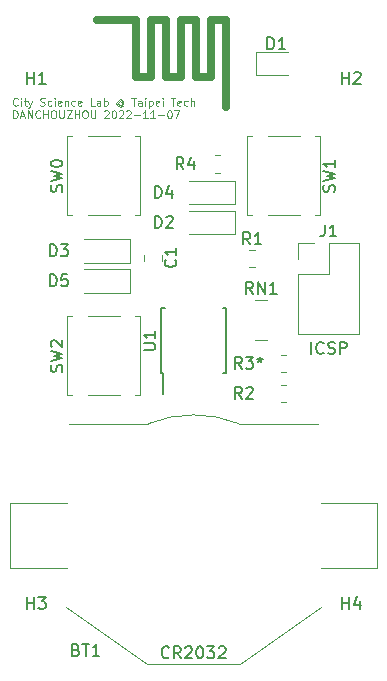
<source format=gto>
%TF.GenerationSoftware,KiCad,Pcbnew,(6.0.8)*%
%TF.CreationDate,2022-11-07T13:32:54+08:00*%
%TF.ProjectId,remote,72656d6f-7465-42e6-9b69-6361645f7063,rev?*%
%TF.SameCoordinates,Original*%
%TF.FileFunction,Legend,Top*%
%TF.FilePolarity,Positive*%
%FSLAX46Y46*%
G04 Gerber Fmt 4.6, Leading zero omitted, Abs format (unit mm)*
G04 Created by KiCad (PCBNEW (6.0.8)) date 2022-11-07 13:32:54*
%MOMM*%
%LPD*%
G01*
G04 APERTURE LIST*
%ADD10C,0.150000*%
%ADD11C,0.120000*%
%ADD12C,0.700000*%
G04 APERTURE END LIST*
D10*
X25828809Y-29027380D02*
X25828809Y-28027380D01*
X26876428Y-28932142D02*
X26828809Y-28979761D01*
X26685952Y-29027380D01*
X26590714Y-29027380D01*
X26447857Y-28979761D01*
X26352619Y-28884523D01*
X26305000Y-28789285D01*
X26257380Y-28598809D01*
X26257380Y-28455952D01*
X26305000Y-28265476D01*
X26352619Y-28170238D01*
X26447857Y-28075000D01*
X26590714Y-28027380D01*
X26685952Y-28027380D01*
X26828809Y-28075000D01*
X26876428Y-28122619D01*
X27257380Y-28979761D02*
X27400238Y-29027380D01*
X27638333Y-29027380D01*
X27733571Y-28979761D01*
X27781190Y-28932142D01*
X27828809Y-28836904D01*
X27828809Y-28741666D01*
X27781190Y-28646428D01*
X27733571Y-28598809D01*
X27638333Y-28551190D01*
X27447857Y-28503571D01*
X27352619Y-28455952D01*
X27305000Y-28408333D01*
X27257380Y-28313095D01*
X27257380Y-28217857D01*
X27305000Y-28122619D01*
X27352619Y-28075000D01*
X27447857Y-28027380D01*
X27685952Y-28027380D01*
X27828809Y-28075000D01*
X28257380Y-29027380D02*
X28257380Y-28027380D01*
X28638333Y-28027380D01*
X28733571Y-28075000D01*
X28781190Y-28122619D01*
X28828809Y-28217857D01*
X28828809Y-28360714D01*
X28781190Y-28455952D01*
X28733571Y-28503571D01*
X28638333Y-28551190D01*
X28257380Y-28551190D01*
X13779761Y-54713142D02*
X13732142Y-54760761D01*
X13589285Y-54808380D01*
X13494047Y-54808380D01*
X13351190Y-54760761D01*
X13255952Y-54665523D01*
X13208333Y-54570285D01*
X13160714Y-54379809D01*
X13160714Y-54236952D01*
X13208333Y-54046476D01*
X13255952Y-53951238D01*
X13351190Y-53856000D01*
X13494047Y-53808380D01*
X13589285Y-53808380D01*
X13732142Y-53856000D01*
X13779761Y-53903619D01*
X14779761Y-54808380D02*
X14446428Y-54332190D01*
X14208333Y-54808380D02*
X14208333Y-53808380D01*
X14589285Y-53808380D01*
X14684523Y-53856000D01*
X14732142Y-53903619D01*
X14779761Y-53998857D01*
X14779761Y-54141714D01*
X14732142Y-54236952D01*
X14684523Y-54284571D01*
X14589285Y-54332190D01*
X14208333Y-54332190D01*
X15160714Y-53903619D02*
X15208333Y-53856000D01*
X15303571Y-53808380D01*
X15541666Y-53808380D01*
X15636904Y-53856000D01*
X15684523Y-53903619D01*
X15732142Y-53998857D01*
X15732142Y-54094095D01*
X15684523Y-54236952D01*
X15113095Y-54808380D01*
X15732142Y-54808380D01*
X16351190Y-53808380D02*
X16446428Y-53808380D01*
X16541666Y-53856000D01*
X16589285Y-53903619D01*
X16636904Y-53998857D01*
X16684523Y-54189333D01*
X16684523Y-54427428D01*
X16636904Y-54617904D01*
X16589285Y-54713142D01*
X16541666Y-54760761D01*
X16446428Y-54808380D01*
X16351190Y-54808380D01*
X16255952Y-54760761D01*
X16208333Y-54713142D01*
X16160714Y-54617904D01*
X16113095Y-54427428D01*
X16113095Y-54189333D01*
X16160714Y-53998857D01*
X16208333Y-53903619D01*
X16255952Y-53856000D01*
X16351190Y-53808380D01*
X17017857Y-53808380D02*
X17636904Y-53808380D01*
X17303571Y-54189333D01*
X17446428Y-54189333D01*
X17541666Y-54236952D01*
X17589285Y-54284571D01*
X17636904Y-54379809D01*
X17636904Y-54617904D01*
X17589285Y-54713142D01*
X17541666Y-54760761D01*
X17446428Y-54808380D01*
X17160714Y-54808380D01*
X17065476Y-54760761D01*
X17017857Y-54713142D01*
X18017857Y-53903619D02*
X18065476Y-53856000D01*
X18160714Y-53808380D01*
X18398809Y-53808380D01*
X18494047Y-53856000D01*
X18541666Y-53903619D01*
X18589285Y-53998857D01*
X18589285Y-54094095D01*
X18541666Y-54236952D01*
X17970238Y-54808380D01*
X18589285Y-54808380D01*
D11*
X985190Y-7963892D02*
X954238Y-7994845D01*
X861380Y-8025797D01*
X799476Y-8025797D01*
X706619Y-7994845D01*
X644714Y-7932940D01*
X613761Y-7871035D01*
X582809Y-7747226D01*
X582809Y-7654369D01*
X613761Y-7530559D01*
X644714Y-7468654D01*
X706619Y-7406750D01*
X799476Y-7375797D01*
X861380Y-7375797D01*
X954238Y-7406750D01*
X985190Y-7437702D01*
X1263761Y-8025797D02*
X1263761Y-7592464D01*
X1263761Y-7375797D02*
X1232809Y-7406750D01*
X1263761Y-7437702D01*
X1294714Y-7406750D01*
X1263761Y-7375797D01*
X1263761Y-7437702D01*
X1480428Y-7592464D02*
X1728047Y-7592464D01*
X1573285Y-7375797D02*
X1573285Y-7932940D01*
X1604238Y-7994845D01*
X1666142Y-8025797D01*
X1728047Y-8025797D01*
X1882809Y-7592464D02*
X2037571Y-8025797D01*
X2192333Y-7592464D02*
X2037571Y-8025797D01*
X1975666Y-8180559D01*
X1944714Y-8211511D01*
X1882809Y-8242464D01*
X2904238Y-7994845D02*
X2997095Y-8025797D01*
X3151857Y-8025797D01*
X3213761Y-7994845D01*
X3244714Y-7963892D01*
X3275666Y-7901988D01*
X3275666Y-7840083D01*
X3244714Y-7778178D01*
X3213761Y-7747226D01*
X3151857Y-7716273D01*
X3028047Y-7685321D01*
X2966142Y-7654369D01*
X2935190Y-7623416D01*
X2904238Y-7561511D01*
X2904238Y-7499607D01*
X2935190Y-7437702D01*
X2966142Y-7406750D01*
X3028047Y-7375797D01*
X3182809Y-7375797D01*
X3275666Y-7406750D01*
X3832809Y-7994845D02*
X3770904Y-8025797D01*
X3647095Y-8025797D01*
X3585190Y-7994845D01*
X3554238Y-7963892D01*
X3523285Y-7901988D01*
X3523285Y-7716273D01*
X3554238Y-7654369D01*
X3585190Y-7623416D01*
X3647095Y-7592464D01*
X3770904Y-7592464D01*
X3832809Y-7623416D01*
X4111380Y-8025797D02*
X4111380Y-7592464D01*
X4111380Y-7375797D02*
X4080428Y-7406750D01*
X4111380Y-7437702D01*
X4142333Y-7406750D01*
X4111380Y-7375797D01*
X4111380Y-7437702D01*
X4668523Y-7994845D02*
X4606619Y-8025797D01*
X4482809Y-8025797D01*
X4420904Y-7994845D01*
X4389952Y-7932940D01*
X4389952Y-7685321D01*
X4420904Y-7623416D01*
X4482809Y-7592464D01*
X4606619Y-7592464D01*
X4668523Y-7623416D01*
X4699476Y-7685321D01*
X4699476Y-7747226D01*
X4389952Y-7809130D01*
X4978047Y-7592464D02*
X4978047Y-8025797D01*
X4978047Y-7654369D02*
X5009000Y-7623416D01*
X5070904Y-7592464D01*
X5163761Y-7592464D01*
X5225666Y-7623416D01*
X5256619Y-7685321D01*
X5256619Y-8025797D01*
X5844714Y-7994845D02*
X5782809Y-8025797D01*
X5659000Y-8025797D01*
X5597095Y-7994845D01*
X5566142Y-7963892D01*
X5535190Y-7901988D01*
X5535190Y-7716273D01*
X5566142Y-7654369D01*
X5597095Y-7623416D01*
X5659000Y-7592464D01*
X5782809Y-7592464D01*
X5844714Y-7623416D01*
X6370904Y-7994845D02*
X6309000Y-8025797D01*
X6185190Y-8025797D01*
X6123285Y-7994845D01*
X6092333Y-7932940D01*
X6092333Y-7685321D01*
X6123285Y-7623416D01*
X6185190Y-7592464D01*
X6309000Y-7592464D01*
X6370904Y-7623416D01*
X6401857Y-7685321D01*
X6401857Y-7747226D01*
X6092333Y-7809130D01*
X7485190Y-8025797D02*
X7175666Y-8025797D01*
X7175666Y-7375797D01*
X7980428Y-8025797D02*
X7980428Y-7685321D01*
X7949476Y-7623416D01*
X7887571Y-7592464D01*
X7763761Y-7592464D01*
X7701857Y-7623416D01*
X7980428Y-7994845D02*
X7918523Y-8025797D01*
X7763761Y-8025797D01*
X7701857Y-7994845D01*
X7670904Y-7932940D01*
X7670904Y-7871035D01*
X7701857Y-7809130D01*
X7763761Y-7778178D01*
X7918523Y-7778178D01*
X7980428Y-7747226D01*
X8289952Y-8025797D02*
X8289952Y-7375797D01*
X8289952Y-7623416D02*
X8351857Y-7592464D01*
X8475666Y-7592464D01*
X8537571Y-7623416D01*
X8568523Y-7654369D01*
X8599476Y-7716273D01*
X8599476Y-7901988D01*
X8568523Y-7963892D01*
X8537571Y-7994845D01*
X8475666Y-8025797D01*
X8351857Y-8025797D01*
X8289952Y-7994845D01*
X9775666Y-7716273D02*
X9744714Y-7685321D01*
X9682809Y-7654369D01*
X9620904Y-7654369D01*
X9559000Y-7685321D01*
X9528047Y-7716273D01*
X9497095Y-7778178D01*
X9497095Y-7840083D01*
X9528047Y-7901988D01*
X9559000Y-7932940D01*
X9620904Y-7963892D01*
X9682809Y-7963892D01*
X9744714Y-7932940D01*
X9775666Y-7901988D01*
X9775666Y-7654369D02*
X9775666Y-7901988D01*
X9806619Y-7932940D01*
X9837571Y-7932940D01*
X9899476Y-7901988D01*
X9930428Y-7840083D01*
X9930428Y-7685321D01*
X9868523Y-7592464D01*
X9775666Y-7530559D01*
X9651857Y-7499607D01*
X9528047Y-7530559D01*
X9435190Y-7592464D01*
X9373285Y-7685321D01*
X9342333Y-7809130D01*
X9373285Y-7932940D01*
X9435190Y-8025797D01*
X9528047Y-8087702D01*
X9651857Y-8118654D01*
X9775666Y-8087702D01*
X9868523Y-8025797D01*
X10611380Y-7375797D02*
X10982809Y-7375797D01*
X10797095Y-8025797D02*
X10797095Y-7375797D01*
X11478047Y-8025797D02*
X11478047Y-7685321D01*
X11447095Y-7623416D01*
X11385190Y-7592464D01*
X11261380Y-7592464D01*
X11199476Y-7623416D01*
X11478047Y-7994845D02*
X11416142Y-8025797D01*
X11261380Y-8025797D01*
X11199476Y-7994845D01*
X11168523Y-7932940D01*
X11168523Y-7871035D01*
X11199476Y-7809130D01*
X11261380Y-7778178D01*
X11416142Y-7778178D01*
X11478047Y-7747226D01*
X11787571Y-8025797D02*
X11787571Y-7592464D01*
X11787571Y-7375797D02*
X11756619Y-7406750D01*
X11787571Y-7437702D01*
X11818523Y-7406750D01*
X11787571Y-7375797D01*
X11787571Y-7437702D01*
X12097095Y-7592464D02*
X12097095Y-8242464D01*
X12097095Y-7623416D02*
X12159000Y-7592464D01*
X12282809Y-7592464D01*
X12344714Y-7623416D01*
X12375666Y-7654369D01*
X12406619Y-7716273D01*
X12406619Y-7901988D01*
X12375666Y-7963892D01*
X12344714Y-7994845D01*
X12282809Y-8025797D01*
X12159000Y-8025797D01*
X12097095Y-7994845D01*
X12932809Y-7994845D02*
X12870904Y-8025797D01*
X12747095Y-8025797D01*
X12685190Y-7994845D01*
X12654238Y-7932940D01*
X12654238Y-7685321D01*
X12685190Y-7623416D01*
X12747095Y-7592464D01*
X12870904Y-7592464D01*
X12932809Y-7623416D01*
X12963761Y-7685321D01*
X12963761Y-7747226D01*
X12654238Y-7809130D01*
X13242333Y-8025797D02*
X13242333Y-7592464D01*
X13242333Y-7375797D02*
X13211380Y-7406750D01*
X13242333Y-7437702D01*
X13273285Y-7406750D01*
X13242333Y-7375797D01*
X13242333Y-7437702D01*
X13954238Y-7375797D02*
X14325666Y-7375797D01*
X14139952Y-8025797D02*
X14139952Y-7375797D01*
X14789952Y-7994845D02*
X14728047Y-8025797D01*
X14604238Y-8025797D01*
X14542333Y-7994845D01*
X14511380Y-7932940D01*
X14511380Y-7685321D01*
X14542333Y-7623416D01*
X14604238Y-7592464D01*
X14728047Y-7592464D01*
X14789952Y-7623416D01*
X14820904Y-7685321D01*
X14820904Y-7747226D01*
X14511380Y-7809130D01*
X15378047Y-7994845D02*
X15316142Y-8025797D01*
X15192333Y-8025797D01*
X15130428Y-7994845D01*
X15099476Y-7963892D01*
X15068523Y-7901988D01*
X15068523Y-7716273D01*
X15099476Y-7654369D01*
X15130428Y-7623416D01*
X15192333Y-7592464D01*
X15316142Y-7592464D01*
X15378047Y-7623416D01*
X15656619Y-8025797D02*
X15656619Y-7375797D01*
X15935190Y-8025797D02*
X15935190Y-7685321D01*
X15904238Y-7623416D01*
X15842333Y-7592464D01*
X15749476Y-7592464D01*
X15687571Y-7623416D01*
X15656619Y-7654369D01*
X613761Y-9072297D02*
X613761Y-8422297D01*
X768523Y-8422297D01*
X861380Y-8453250D01*
X923285Y-8515154D01*
X954238Y-8577059D01*
X985190Y-8700869D01*
X985190Y-8793726D01*
X954238Y-8917535D01*
X923285Y-8979440D01*
X861380Y-9041345D01*
X768523Y-9072297D01*
X613761Y-9072297D01*
X1232809Y-8886583D02*
X1542333Y-8886583D01*
X1170904Y-9072297D02*
X1387571Y-8422297D01*
X1604238Y-9072297D01*
X1820904Y-9072297D02*
X1820904Y-8422297D01*
X2192333Y-9072297D01*
X2192333Y-8422297D01*
X2873285Y-9010392D02*
X2842333Y-9041345D01*
X2749476Y-9072297D01*
X2687571Y-9072297D01*
X2594714Y-9041345D01*
X2532809Y-8979440D01*
X2501857Y-8917535D01*
X2470904Y-8793726D01*
X2470904Y-8700869D01*
X2501857Y-8577059D01*
X2532809Y-8515154D01*
X2594714Y-8453250D01*
X2687571Y-8422297D01*
X2749476Y-8422297D01*
X2842333Y-8453250D01*
X2873285Y-8484202D01*
X3151857Y-9072297D02*
X3151857Y-8422297D01*
X3151857Y-8731821D02*
X3523285Y-8731821D01*
X3523285Y-9072297D02*
X3523285Y-8422297D01*
X3956619Y-8422297D02*
X4080428Y-8422297D01*
X4142333Y-8453250D01*
X4204238Y-8515154D01*
X4235190Y-8638964D01*
X4235190Y-8855630D01*
X4204238Y-8979440D01*
X4142333Y-9041345D01*
X4080428Y-9072297D01*
X3956619Y-9072297D01*
X3894714Y-9041345D01*
X3832809Y-8979440D01*
X3801857Y-8855630D01*
X3801857Y-8638964D01*
X3832809Y-8515154D01*
X3894714Y-8453250D01*
X3956619Y-8422297D01*
X4513761Y-8422297D02*
X4513761Y-8948488D01*
X4544714Y-9010392D01*
X4575666Y-9041345D01*
X4637571Y-9072297D01*
X4761380Y-9072297D01*
X4823285Y-9041345D01*
X4854238Y-9010392D01*
X4885190Y-8948488D01*
X4885190Y-8422297D01*
X5132809Y-8422297D02*
X5566142Y-8422297D01*
X5132809Y-9072297D01*
X5566142Y-9072297D01*
X5813761Y-9072297D02*
X5813761Y-8422297D01*
X5813761Y-8731821D02*
X6185190Y-8731821D01*
X6185190Y-9072297D02*
X6185190Y-8422297D01*
X6618523Y-8422297D02*
X6742333Y-8422297D01*
X6804238Y-8453250D01*
X6866142Y-8515154D01*
X6897095Y-8638964D01*
X6897095Y-8855630D01*
X6866142Y-8979440D01*
X6804238Y-9041345D01*
X6742333Y-9072297D01*
X6618523Y-9072297D01*
X6556619Y-9041345D01*
X6494714Y-8979440D01*
X6463761Y-8855630D01*
X6463761Y-8638964D01*
X6494714Y-8515154D01*
X6556619Y-8453250D01*
X6618523Y-8422297D01*
X7175666Y-8422297D02*
X7175666Y-8948488D01*
X7206619Y-9010392D01*
X7237571Y-9041345D01*
X7299476Y-9072297D01*
X7423285Y-9072297D01*
X7485190Y-9041345D01*
X7516142Y-9010392D01*
X7547095Y-8948488D01*
X7547095Y-8422297D01*
X8320904Y-8484202D02*
X8351857Y-8453250D01*
X8413761Y-8422297D01*
X8568523Y-8422297D01*
X8630428Y-8453250D01*
X8661380Y-8484202D01*
X8692333Y-8546107D01*
X8692333Y-8608011D01*
X8661380Y-8700869D01*
X8289952Y-9072297D01*
X8692333Y-9072297D01*
X9094714Y-8422297D02*
X9156619Y-8422297D01*
X9218523Y-8453250D01*
X9249476Y-8484202D01*
X9280428Y-8546107D01*
X9311380Y-8669916D01*
X9311380Y-8824678D01*
X9280428Y-8948488D01*
X9249476Y-9010392D01*
X9218523Y-9041345D01*
X9156619Y-9072297D01*
X9094714Y-9072297D01*
X9032809Y-9041345D01*
X9001857Y-9010392D01*
X8970904Y-8948488D01*
X8939952Y-8824678D01*
X8939952Y-8669916D01*
X8970904Y-8546107D01*
X9001857Y-8484202D01*
X9032809Y-8453250D01*
X9094714Y-8422297D01*
X9558999Y-8484202D02*
X9589952Y-8453250D01*
X9651857Y-8422297D01*
X9806619Y-8422297D01*
X9868523Y-8453250D01*
X9899476Y-8484202D01*
X9930428Y-8546107D01*
X9930428Y-8608011D01*
X9899476Y-8700869D01*
X9528047Y-9072297D01*
X9930428Y-9072297D01*
X10178047Y-8484202D02*
X10208999Y-8453250D01*
X10270904Y-8422297D01*
X10425666Y-8422297D01*
X10487571Y-8453250D01*
X10518523Y-8484202D01*
X10549476Y-8546107D01*
X10549476Y-8608011D01*
X10518523Y-8700869D01*
X10147095Y-9072297D01*
X10549476Y-9072297D01*
X10828047Y-8824678D02*
X11323285Y-8824678D01*
X11973285Y-9072297D02*
X11601857Y-9072297D01*
X11787571Y-9072297D02*
X11787571Y-8422297D01*
X11725666Y-8515154D01*
X11663761Y-8577059D01*
X11601857Y-8608011D01*
X12592333Y-9072297D02*
X12220904Y-9072297D01*
X12406619Y-9072297D02*
X12406619Y-8422297D01*
X12344714Y-8515154D01*
X12282809Y-8577059D01*
X12220904Y-8608011D01*
X12870904Y-8824678D02*
X13366142Y-8824678D01*
X13799476Y-8422297D02*
X13861380Y-8422297D01*
X13923285Y-8453250D01*
X13954238Y-8484202D01*
X13985190Y-8546107D01*
X14016142Y-8669916D01*
X14016142Y-8824678D01*
X13985190Y-8948488D01*
X13954238Y-9010392D01*
X13923285Y-9041345D01*
X13861380Y-9072297D01*
X13799476Y-9072297D01*
X13737571Y-9041345D01*
X13706619Y-9010392D01*
X13675666Y-8948488D01*
X13644714Y-8824678D01*
X13644714Y-8669916D01*
X13675666Y-8546107D01*
X13706619Y-8484202D01*
X13737571Y-8453250D01*
X13799476Y-8422297D01*
X14232809Y-8422297D02*
X14666142Y-8422297D01*
X14387571Y-9072297D01*
D10*
%TO.C,D2*%
X12596904Y-18359380D02*
X12596904Y-17359380D01*
X12835000Y-17359380D01*
X12977857Y-17407000D01*
X13073095Y-17502238D01*
X13120714Y-17597476D01*
X13168333Y-17787952D01*
X13168333Y-17930809D01*
X13120714Y-18121285D01*
X13073095Y-18216523D01*
X12977857Y-18311761D01*
X12835000Y-18359380D01*
X12596904Y-18359380D01*
X13549285Y-17454619D02*
X13596904Y-17407000D01*
X13692142Y-17359380D01*
X13930238Y-17359380D01*
X14025476Y-17407000D01*
X14073095Y-17454619D01*
X14120714Y-17549857D01*
X14120714Y-17645095D01*
X14073095Y-17787952D01*
X13501666Y-18359380D01*
X14120714Y-18359380D01*
%TO.C,R1*%
X20661333Y-19756380D02*
X20328000Y-19280190D01*
X20089904Y-19756380D02*
X20089904Y-18756380D01*
X20470857Y-18756380D01*
X20566095Y-18804000D01*
X20613714Y-18851619D01*
X20661333Y-18946857D01*
X20661333Y-19089714D01*
X20613714Y-19184952D01*
X20566095Y-19232571D01*
X20470857Y-19280190D01*
X20089904Y-19280190D01*
X21613714Y-19756380D02*
X21042285Y-19756380D01*
X21328000Y-19756380D02*
X21328000Y-18756380D01*
X21232761Y-18899238D01*
X21137523Y-18994476D01*
X21042285Y-19042095D01*
%TO.C,R4*%
X15016833Y-13406380D02*
X14683500Y-12930190D01*
X14445404Y-13406380D02*
X14445404Y-12406380D01*
X14826357Y-12406380D01*
X14921595Y-12454000D01*
X14969214Y-12501619D01*
X15016833Y-12596857D01*
X15016833Y-12739714D01*
X14969214Y-12834952D01*
X14921595Y-12882571D01*
X14826357Y-12930190D01*
X14445404Y-12930190D01*
X15873976Y-12739714D02*
X15873976Y-13406380D01*
X15635880Y-12358761D02*
X15397785Y-13073047D01*
X16016833Y-13073047D01*
%TO.C,D5*%
X3706904Y-23312380D02*
X3706904Y-22312380D01*
X3945000Y-22312380D01*
X4087857Y-22360000D01*
X4183095Y-22455238D01*
X4230714Y-22550476D01*
X4278333Y-22740952D01*
X4278333Y-22883809D01*
X4230714Y-23074285D01*
X4183095Y-23169523D01*
X4087857Y-23264761D01*
X3945000Y-23312380D01*
X3706904Y-23312380D01*
X5183095Y-22312380D02*
X4706904Y-22312380D01*
X4659285Y-22788571D01*
X4706904Y-22740952D01*
X4802142Y-22693333D01*
X5040238Y-22693333D01*
X5135476Y-22740952D01*
X5183095Y-22788571D01*
X5230714Y-22883809D01*
X5230714Y-23121904D01*
X5183095Y-23217142D01*
X5135476Y-23264761D01*
X5040238Y-23312380D01*
X4802142Y-23312380D01*
X4706904Y-23264761D01*
X4659285Y-23217142D01*
%TO.C,SW1*%
X27799761Y-15303333D02*
X27847380Y-15160476D01*
X27847380Y-14922380D01*
X27799761Y-14827142D01*
X27752142Y-14779523D01*
X27656904Y-14731904D01*
X27561666Y-14731904D01*
X27466428Y-14779523D01*
X27418809Y-14827142D01*
X27371190Y-14922380D01*
X27323571Y-15112857D01*
X27275952Y-15208095D01*
X27228333Y-15255714D01*
X27133095Y-15303333D01*
X27037857Y-15303333D01*
X26942619Y-15255714D01*
X26895000Y-15208095D01*
X26847380Y-15112857D01*
X26847380Y-14874761D01*
X26895000Y-14731904D01*
X26847380Y-14398571D02*
X27847380Y-14160476D01*
X27133095Y-13970000D01*
X27847380Y-13779523D01*
X26847380Y-13541428D01*
X27847380Y-12636666D02*
X27847380Y-13208095D01*
X27847380Y-12922380D02*
X26847380Y-12922380D01*
X26990238Y-13017619D01*
X27085476Y-13112857D01*
X27133095Y-13208095D01*
%TO.C,BT1*%
X5939285Y-54078571D02*
X6082142Y-54126190D01*
X6129761Y-54173809D01*
X6177380Y-54269047D01*
X6177380Y-54411904D01*
X6129761Y-54507142D01*
X6082142Y-54554761D01*
X5986904Y-54602380D01*
X5605952Y-54602380D01*
X5605952Y-53602380D01*
X5939285Y-53602380D01*
X6034523Y-53650000D01*
X6082142Y-53697619D01*
X6129761Y-53792857D01*
X6129761Y-53888095D01*
X6082142Y-53983333D01*
X6034523Y-54030952D01*
X5939285Y-54078571D01*
X5605952Y-54078571D01*
X6463095Y-53602380D02*
X7034523Y-53602380D01*
X6748809Y-54602380D02*
X6748809Y-53602380D01*
X7891666Y-54602380D02*
X7320238Y-54602380D01*
X7605952Y-54602380D02*
X7605952Y-53602380D01*
X7510714Y-53745238D01*
X7415476Y-53840476D01*
X7320238Y-53888095D01*
%TO.C,H3*%
X1778095Y-50617380D02*
X1778095Y-49617380D01*
X1778095Y-50093571D02*
X2349523Y-50093571D01*
X2349523Y-50617380D02*
X2349523Y-49617380D01*
X2730476Y-49617380D02*
X3349523Y-49617380D01*
X3016190Y-49998333D01*
X3159047Y-49998333D01*
X3254285Y-50045952D01*
X3301904Y-50093571D01*
X3349523Y-50188809D01*
X3349523Y-50426904D01*
X3301904Y-50522142D01*
X3254285Y-50569761D01*
X3159047Y-50617380D01*
X2873333Y-50617380D01*
X2778095Y-50569761D01*
X2730476Y-50522142D01*
%TO.C,C1*%
X14327142Y-21060666D02*
X14374761Y-21108285D01*
X14422380Y-21251142D01*
X14422380Y-21346380D01*
X14374761Y-21489238D01*
X14279523Y-21584476D01*
X14184285Y-21632095D01*
X13993809Y-21679714D01*
X13850952Y-21679714D01*
X13660476Y-21632095D01*
X13565238Y-21584476D01*
X13470000Y-21489238D01*
X13422380Y-21346380D01*
X13422380Y-21251142D01*
X13470000Y-21108285D01*
X13517619Y-21060666D01*
X14422380Y-20108285D02*
X14422380Y-20679714D01*
X14422380Y-20394000D02*
X13422380Y-20394000D01*
X13565238Y-20489238D01*
X13660476Y-20584476D01*
X13708095Y-20679714D01*
%TO.C,H1*%
X1778095Y-6167380D02*
X1778095Y-5167380D01*
X1778095Y-5643571D02*
X2349523Y-5643571D01*
X2349523Y-6167380D02*
X2349523Y-5167380D01*
X3349523Y-6167380D02*
X2778095Y-6167380D01*
X3063809Y-6167380D02*
X3063809Y-5167380D01*
X2968571Y-5310238D01*
X2873333Y-5405476D01*
X2778095Y-5453095D01*
%TO.C,SW2*%
X4722761Y-30543333D02*
X4770380Y-30400476D01*
X4770380Y-30162380D01*
X4722761Y-30067142D01*
X4675142Y-30019523D01*
X4579904Y-29971904D01*
X4484666Y-29971904D01*
X4389428Y-30019523D01*
X4341809Y-30067142D01*
X4294190Y-30162380D01*
X4246571Y-30352857D01*
X4198952Y-30448095D01*
X4151333Y-30495714D01*
X4056095Y-30543333D01*
X3960857Y-30543333D01*
X3865619Y-30495714D01*
X3818000Y-30448095D01*
X3770380Y-30352857D01*
X3770380Y-30114761D01*
X3818000Y-29971904D01*
X3770380Y-29638571D02*
X4770380Y-29400476D01*
X4056095Y-29210000D01*
X4770380Y-29019523D01*
X3770380Y-28781428D01*
X3865619Y-28448095D02*
X3818000Y-28400476D01*
X3770380Y-28305238D01*
X3770380Y-28067142D01*
X3818000Y-27971904D01*
X3865619Y-27924285D01*
X3960857Y-27876666D01*
X4056095Y-27876666D01*
X4198952Y-27924285D01*
X4770380Y-28495714D01*
X4770380Y-27876666D01*
%TO.C,RN1*%
X20899523Y-23947380D02*
X20566190Y-23471190D01*
X20328095Y-23947380D02*
X20328095Y-22947380D01*
X20709047Y-22947380D01*
X20804285Y-22995000D01*
X20851904Y-23042619D01*
X20899523Y-23137857D01*
X20899523Y-23280714D01*
X20851904Y-23375952D01*
X20804285Y-23423571D01*
X20709047Y-23471190D01*
X20328095Y-23471190D01*
X21328095Y-23947380D02*
X21328095Y-22947380D01*
X21899523Y-23947380D01*
X21899523Y-22947380D01*
X22899523Y-23947380D02*
X22328095Y-23947380D01*
X22613809Y-23947380D02*
X22613809Y-22947380D01*
X22518571Y-23090238D01*
X22423333Y-23185476D01*
X22328095Y-23233095D01*
%TO.C,D3*%
X3706904Y-20772380D02*
X3706904Y-19772380D01*
X3945000Y-19772380D01*
X4087857Y-19820000D01*
X4183095Y-19915238D01*
X4230714Y-20010476D01*
X4278333Y-20200952D01*
X4278333Y-20343809D01*
X4230714Y-20534285D01*
X4183095Y-20629523D01*
X4087857Y-20724761D01*
X3945000Y-20772380D01*
X3706904Y-20772380D01*
X4611666Y-19772380D02*
X5230714Y-19772380D01*
X4897380Y-20153333D01*
X5040238Y-20153333D01*
X5135476Y-20200952D01*
X5183095Y-20248571D01*
X5230714Y-20343809D01*
X5230714Y-20581904D01*
X5183095Y-20677142D01*
X5135476Y-20724761D01*
X5040238Y-20772380D01*
X4754523Y-20772380D01*
X4659285Y-20724761D01*
X4611666Y-20677142D01*
%TO.C,H4*%
X28448095Y-50617380D02*
X28448095Y-49617380D01*
X28448095Y-50093571D02*
X29019523Y-50093571D01*
X29019523Y-50617380D02*
X29019523Y-49617380D01*
X29924285Y-49950714D02*
X29924285Y-50617380D01*
X29686190Y-49569761D02*
X29448095Y-50284047D01*
X30067142Y-50284047D01*
%TO.C,R3\u002A*%
X19957023Y-30297380D02*
X19623690Y-29821190D01*
X19385595Y-30297380D02*
X19385595Y-29297380D01*
X19766547Y-29297380D01*
X19861785Y-29345000D01*
X19909404Y-29392619D01*
X19957023Y-29487857D01*
X19957023Y-29630714D01*
X19909404Y-29725952D01*
X19861785Y-29773571D01*
X19766547Y-29821190D01*
X19385595Y-29821190D01*
X20290357Y-29297380D02*
X20909404Y-29297380D01*
X20576071Y-29678333D01*
X20718928Y-29678333D01*
X20814166Y-29725952D01*
X20861785Y-29773571D01*
X20909404Y-29868809D01*
X20909404Y-30106904D01*
X20861785Y-30202142D01*
X20814166Y-30249761D01*
X20718928Y-30297380D01*
X20433214Y-30297380D01*
X20337976Y-30249761D01*
X20290357Y-30202142D01*
X21480833Y-29297380D02*
X21480833Y-29535476D01*
X21242738Y-29440238D02*
X21480833Y-29535476D01*
X21718928Y-29440238D01*
X21337976Y-29725952D02*
X21480833Y-29535476D01*
X21623690Y-29725952D01*
%TO.C,SW0*%
X4722761Y-15303333D02*
X4770380Y-15160476D01*
X4770380Y-14922380D01*
X4722761Y-14827142D01*
X4675142Y-14779523D01*
X4579904Y-14731904D01*
X4484666Y-14731904D01*
X4389428Y-14779523D01*
X4341809Y-14827142D01*
X4294190Y-14922380D01*
X4246571Y-15112857D01*
X4198952Y-15208095D01*
X4151333Y-15255714D01*
X4056095Y-15303333D01*
X3960857Y-15303333D01*
X3865619Y-15255714D01*
X3818000Y-15208095D01*
X3770380Y-15112857D01*
X3770380Y-14874761D01*
X3818000Y-14731904D01*
X3770380Y-14398571D02*
X4770380Y-14160476D01*
X4056095Y-13970000D01*
X4770380Y-13779523D01*
X3770380Y-13541428D01*
X3770380Y-12970000D02*
X3770380Y-12874761D01*
X3818000Y-12779523D01*
X3865619Y-12731904D01*
X3960857Y-12684285D01*
X4151333Y-12636666D01*
X4389428Y-12636666D01*
X4579904Y-12684285D01*
X4675142Y-12731904D01*
X4722761Y-12779523D01*
X4770380Y-12874761D01*
X4770380Y-12970000D01*
X4722761Y-13065238D01*
X4675142Y-13112857D01*
X4579904Y-13160476D01*
X4389428Y-13208095D01*
X4151333Y-13208095D01*
X3960857Y-13160476D01*
X3865619Y-13112857D01*
X3818000Y-13065238D01*
X3770380Y-12970000D01*
%TO.C,J1*%
X26966666Y-18092380D02*
X26966666Y-18806666D01*
X26919047Y-18949523D01*
X26823809Y-19044761D01*
X26680952Y-19092380D01*
X26585714Y-19092380D01*
X27966666Y-19092380D02*
X27395238Y-19092380D01*
X27680952Y-19092380D02*
X27680952Y-18092380D01*
X27585714Y-18235238D01*
X27490476Y-18330476D01*
X27395238Y-18378095D01*
%TO.C,U1*%
X11647380Y-28701904D02*
X12456904Y-28701904D01*
X12552142Y-28654285D01*
X12599761Y-28606666D01*
X12647380Y-28511428D01*
X12647380Y-28320952D01*
X12599761Y-28225714D01*
X12552142Y-28178095D01*
X12456904Y-28130476D01*
X11647380Y-28130476D01*
X12647380Y-27130476D02*
X12647380Y-27701904D01*
X12647380Y-27416190D02*
X11647380Y-27416190D01*
X11790238Y-27511428D01*
X11885476Y-27606666D01*
X11933095Y-27701904D01*
%TO.C,D4*%
X12596904Y-15819380D02*
X12596904Y-14819380D01*
X12835000Y-14819380D01*
X12977857Y-14867000D01*
X13073095Y-14962238D01*
X13120714Y-15057476D01*
X13168333Y-15247952D01*
X13168333Y-15390809D01*
X13120714Y-15581285D01*
X13073095Y-15676523D01*
X12977857Y-15771761D01*
X12835000Y-15819380D01*
X12596904Y-15819380D01*
X14025476Y-15152714D02*
X14025476Y-15819380D01*
X13787380Y-14771761D02*
X13549285Y-15486047D01*
X14168333Y-15486047D01*
%TO.C,D1*%
X22121904Y-3247380D02*
X22121904Y-2247380D01*
X22360000Y-2247380D01*
X22502857Y-2295000D01*
X22598095Y-2390238D01*
X22645714Y-2485476D01*
X22693333Y-2675952D01*
X22693333Y-2818809D01*
X22645714Y-3009285D01*
X22598095Y-3104523D01*
X22502857Y-3199761D01*
X22360000Y-3247380D01*
X22121904Y-3247380D01*
X23645714Y-3247380D02*
X23074285Y-3247380D01*
X23360000Y-3247380D02*
X23360000Y-2247380D01*
X23264761Y-2390238D01*
X23169523Y-2485476D01*
X23074285Y-2533095D01*
%TO.C,R2*%
X19957023Y-32837380D02*
X19623690Y-32361190D01*
X19385595Y-32837380D02*
X19385595Y-31837380D01*
X19766547Y-31837380D01*
X19861785Y-31885000D01*
X19909404Y-31932619D01*
X19957023Y-32027857D01*
X19957023Y-32170714D01*
X19909404Y-32265952D01*
X19861785Y-32313571D01*
X19766547Y-32361190D01*
X19385595Y-32361190D01*
X20337976Y-31932619D02*
X20385595Y-31885000D01*
X20480833Y-31837380D01*
X20718928Y-31837380D01*
X20814166Y-31885000D01*
X20861785Y-31932619D01*
X20909404Y-32027857D01*
X20909404Y-32123095D01*
X20861785Y-32265952D01*
X20290357Y-32837380D01*
X20909404Y-32837380D01*
%TO.C,H2*%
X28448095Y-6167380D02*
X28448095Y-5167380D01*
X28448095Y-5643571D02*
X29019523Y-5643571D01*
X29019523Y-6167380D02*
X29019523Y-5167380D01*
X29448095Y-5262619D02*
X29495714Y-5215000D01*
X29590952Y-5167380D01*
X29829047Y-5167380D01*
X29924285Y-5215000D01*
X29971904Y-5262619D01*
X30019523Y-5357857D01*
X30019523Y-5453095D01*
X29971904Y-5595952D01*
X29400476Y-6167380D01*
X30019523Y-6167380D01*
D11*
%TO.C,D2*%
X19395000Y-18907000D02*
X15495000Y-18907000D01*
X19395000Y-18907000D02*
X19395000Y-16907000D01*
X19395000Y-16907000D02*
X15495000Y-16907000D01*
%TO.C,R1*%
X21055064Y-20220000D02*
X20600936Y-20220000D01*
X21055064Y-21690000D02*
X20600936Y-21690000D01*
%TO.C,R4*%
X18110564Y-12219000D02*
X17656436Y-12219000D01*
X18110564Y-13689000D02*
X17656436Y-13689000D01*
%TO.C,D5*%
X10505000Y-23860000D02*
X10505000Y-21860000D01*
X10505000Y-23860000D02*
X6605000Y-23860000D01*
X10505000Y-21860000D02*
X6605000Y-21860000D01*
%TO.C,SW1*%
X20395000Y-17320000D02*
X20795000Y-17320000D01*
X26595000Y-10620000D02*
X26595000Y-17320000D01*
X26595000Y-17320000D02*
X26145000Y-17320000D01*
X22145000Y-10620000D02*
X24845000Y-10620000D01*
X20845000Y-10620000D02*
X20395000Y-10620000D01*
X24845000Y-17320000D02*
X22145000Y-17320000D01*
X26145000Y-10620000D02*
X26595000Y-10620000D01*
X20395000Y-10620000D02*
X20395000Y-17320000D01*
%TO.C,BT1*%
X325000Y-41700000D02*
X325000Y-47200000D01*
X19825000Y-55300000D02*
X26625000Y-50500000D01*
X325000Y-47200000D02*
X5125000Y-47200000D01*
X31425000Y-41700000D02*
X26625000Y-41700000D01*
X26425000Y-34950000D02*
X19725000Y-34950000D01*
X5325000Y-34950000D02*
X12025000Y-34950000D01*
X31425000Y-47200000D02*
X31425000Y-41700000D01*
X5075000Y-50500000D02*
X11925000Y-55300000D01*
X26625000Y-47200000D02*
X31425000Y-47200000D01*
X11925000Y-55300000D02*
X19825000Y-55300000D01*
X5125000Y-41700000D02*
X325000Y-41700000D01*
X19725000Y-34950000D02*
G75*
G03*
X12028615Y-34948536I-3850000J-9500000D01*
G01*
%TO.C,C1*%
X11711000Y-20632748D02*
X11711000Y-21155252D01*
X13181000Y-20632748D02*
X13181000Y-21155252D01*
%TO.C,SW2*%
X10905000Y-25860000D02*
X11355000Y-25860000D01*
X11355000Y-32560000D02*
X10905000Y-32560000D01*
X5155000Y-32560000D02*
X5555000Y-32560000D01*
X5155000Y-25860000D02*
X5155000Y-32560000D01*
X9605000Y-32560000D02*
X6905000Y-32560000D01*
X6905000Y-25860000D02*
X9605000Y-25860000D01*
X5605000Y-25860000D02*
X5155000Y-25860000D01*
X11355000Y-25860000D02*
X11355000Y-32560000D01*
%TO.C,RN1*%
X21090000Y-27842000D02*
X22090000Y-27842000D01*
X21090000Y-24482000D02*
X22090000Y-24482000D01*
%TO.C,D3*%
X10505000Y-21320000D02*
X6605000Y-21320000D01*
X10505000Y-19320000D02*
X6605000Y-19320000D01*
X10505000Y-21320000D02*
X10505000Y-19320000D01*
%TO.C,R3\u002A*%
X23267936Y-30580000D02*
X23722064Y-30580000D01*
X23267936Y-29110000D02*
X23722064Y-29110000D01*
%TO.C,SW0*%
X5605000Y-10620000D02*
X5155000Y-10620000D01*
X5155000Y-10620000D02*
X5155000Y-17320000D01*
X10905000Y-10620000D02*
X11355000Y-10620000D01*
X5155000Y-17320000D02*
X5555000Y-17320000D01*
X11355000Y-17320000D02*
X10905000Y-17320000D01*
X6905000Y-10620000D02*
X9605000Y-10620000D01*
X11355000Y-10620000D02*
X11355000Y-17320000D01*
X9605000Y-17320000D02*
X6905000Y-17320000D01*
%TO.C,J1*%
X24700000Y-22240000D02*
X27300000Y-22240000D01*
X27300000Y-19640000D02*
X29900000Y-19640000D01*
X27300000Y-22240000D02*
X27300000Y-19640000D01*
X29900000Y-19640000D02*
X29900000Y-27380000D01*
X24700000Y-20970000D02*
X24700000Y-19640000D01*
X24700000Y-27380000D02*
X29900000Y-27380000D01*
X24700000Y-19640000D02*
X26030000Y-19640000D01*
X24700000Y-22240000D02*
X24700000Y-27380000D01*
D10*
%TO.C,U1*%
X18630000Y-30690000D02*
X18330000Y-30690000D01*
X13120000Y-30690000D02*
X13325000Y-30690000D01*
X13120000Y-25190000D02*
X13420000Y-25190000D01*
X18630000Y-30690000D02*
X18630000Y-25190000D01*
X18630000Y-25190000D02*
X18330000Y-25190000D01*
X13325000Y-30690000D02*
X13325000Y-32440000D01*
X13120000Y-30690000D02*
X13120000Y-25190000D01*
D11*
%TO.C,D4*%
X19395000Y-14367000D02*
X15495000Y-14367000D01*
X19395000Y-16367000D02*
X19395000Y-14367000D01*
X19395000Y-16367000D02*
X15495000Y-16367000D01*
%TO.C,D1*%
X21175000Y-3485000D02*
X21175000Y-5405000D01*
X23860000Y-3485000D02*
X21175000Y-3485000D01*
X21175000Y-5405000D02*
X23860000Y-5405000D01*
%TO.C,R2*%
X23267936Y-33120000D02*
X23722064Y-33120000D01*
X23267936Y-31650000D02*
X23722064Y-31650000D01*
D12*
%TO.C,U2*%
X12274000Y-779000D02*
X12274000Y-5605000D01*
X13544000Y-779000D02*
X12274000Y-779000D01*
X13544000Y-5605000D02*
X13544000Y-779000D01*
X18624000Y-8145000D02*
X18624000Y-779000D01*
X14814000Y-779000D02*
X14814000Y-5605000D01*
X14814000Y-5605000D02*
X13544000Y-5605000D01*
X11004000Y-779000D02*
X7702000Y-779000D01*
X16084000Y-779000D02*
X14814000Y-779000D01*
X17354000Y-779000D02*
X17354000Y-5605000D01*
X17354000Y-5605000D02*
X16084000Y-5605000D01*
X16084000Y-5605000D02*
X16084000Y-779000D01*
X11004000Y-5605000D02*
X11004000Y-779000D01*
X12274000Y-5605000D02*
X11004000Y-5605000D01*
X18624000Y-779000D02*
X17354000Y-779000D01*
%TD*%
M02*

</source>
